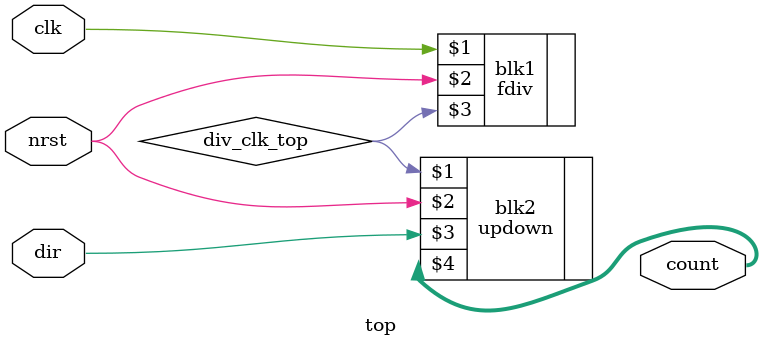
<source format=v>
`timescale 1ns / 1ps
module top(
    input clk,
    input nrst,
    input dir,
    output [3:0] count
    );

	//instatiate fdiv and updown
	wire div_clk_top;
	fdiv blk1(clk, nrst, div_clk_top);
	updown blk2(div_clk_top, nrst, dir, count);

endmodule

</source>
